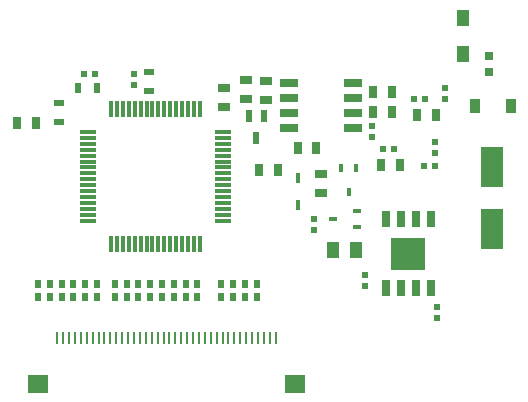
<source format=gbr>
%TF.GenerationSoftware,KiCad,Pcbnew,(6.0.6)*%
%TF.CreationDate,2023-05-08T04:54:07+09:00*%
%TF.ProjectId,128KB_64pin_Touch_R_halfduplex_x2,3132384b-425f-4363-9470-696e5f546f75,rev?*%
%TF.SameCoordinates,Original*%
%TF.FileFunction,Paste,Bot*%
%TF.FilePolarity,Positive*%
%FSLAX46Y46*%
G04 Gerber Fmt 4.6, Leading zero omitted, Abs format (unit mm)*
G04 Created by KiCad (PCBNEW (6.0.6)) date 2023-05-08 04:54:07*
%MOMM*%
%LPD*%
G01*
G04 APERTURE LIST*
%ADD10R,0.600000X0.750000*%
%ADD11R,0.620000X0.600000*%
%ADD12R,0.850000X1.200000*%
%ADD13R,0.800000X1.000000*%
%ADD14R,0.500000X1.000000*%
%ADD15R,0.600000X0.620000*%
%ADD16R,1.475000X0.300000*%
%ADD17R,0.300000X1.475000*%
%ADD18R,1.140000X1.340000*%
%ADD19R,1.000000X0.800000*%
%ADD20R,1.528000X0.650000*%
%ADD21R,0.420000X0.870000*%
%ADD22R,0.700000X0.450000*%
%ADD23R,1.000000X1.400000*%
%ADD24R,0.700000X0.650000*%
%ADD25R,0.250000X1.100000*%
%ADD26R,1.700000X1.500000*%
%ADD27R,0.450000X0.700000*%
%ADD28R,0.940000X0.540000*%
%ADD29R,0.650000X1.425000*%
%ADD30R,2.950000X2.750000*%
%ADD31R,0.540000X0.940000*%
%ADD32R,1.850000X3.500000*%
G04 APERTURE END LIST*
D10*
%TO.C,R46*%
X136765000Y-114220000D03*
X136765000Y-115320000D03*
%TD*%
D11*
%TO.C,C13*%
X154519994Y-100800000D03*
X154519994Y-101720000D03*
%TD*%
D12*
%TO.C,Z1*%
X166309994Y-99105000D03*
X163259994Y-99105000D03*
%TD*%
D13*
%TO.C,R20*%
X144960000Y-104580000D03*
X146560000Y-104580000D03*
%TD*%
D14*
%TO.C,Q3*%
X144115000Y-99925000D03*
X145415000Y-99925000D03*
X144765000Y-101825000D03*
%TD*%
D10*
%TO.C,R45*%
X135765000Y-114220000D03*
X135765000Y-115320000D03*
%TD*%
%TO.C,R40*%
X130265000Y-114220000D03*
X130265000Y-115320000D03*
%TD*%
D11*
%TO.C,C15*%
X149630000Y-108660000D03*
X149630000Y-109580000D03*
%TD*%
D15*
%TO.C,C9*%
X158110000Y-98530000D03*
X159030000Y-98530000D03*
%TD*%
D16*
%TO.C,IC4*%
X141953000Y-101320000D03*
X141953000Y-101820000D03*
X141953000Y-102320000D03*
X141953000Y-102820000D03*
X141953000Y-103320000D03*
X141953000Y-103820000D03*
X141953000Y-104320000D03*
X141953000Y-104820000D03*
X141953000Y-105320000D03*
X141953000Y-105820000D03*
X141953000Y-106320000D03*
X141953000Y-106820000D03*
X141953000Y-107320000D03*
X141953000Y-107820000D03*
X141953000Y-108320000D03*
X141953000Y-108820000D03*
D17*
X139965000Y-110808000D03*
X139465000Y-110808000D03*
X138965000Y-110808000D03*
X138465000Y-110808000D03*
X137965000Y-110808000D03*
X137465000Y-110808000D03*
X136965000Y-110808000D03*
X136465000Y-110808000D03*
X135965000Y-110808000D03*
X135465000Y-110808000D03*
X134965000Y-110808000D03*
X134465000Y-110808000D03*
X133965000Y-110808000D03*
X133465000Y-110808000D03*
X132965000Y-110808000D03*
X132465000Y-110808000D03*
D16*
X130477000Y-108820000D03*
X130477000Y-108320000D03*
X130477000Y-107820000D03*
X130477000Y-107320000D03*
X130477000Y-106820000D03*
X130477000Y-106320000D03*
X130477000Y-105820000D03*
X130477000Y-105320000D03*
X130477000Y-104820000D03*
X130477000Y-104320000D03*
X130477000Y-103820000D03*
X130477000Y-103320000D03*
X130477000Y-102820000D03*
X130477000Y-102320000D03*
X130477000Y-101820000D03*
X130477000Y-101320000D03*
D17*
X132465000Y-99332000D03*
X132965000Y-99332000D03*
X133465000Y-99332000D03*
X133965000Y-99332000D03*
X134465000Y-99332000D03*
X134965000Y-99332000D03*
X135465000Y-99332000D03*
X135965000Y-99332000D03*
X136465000Y-99332000D03*
X136965000Y-99332000D03*
X137465000Y-99332000D03*
X137965000Y-99332000D03*
X138465000Y-99332000D03*
X138965000Y-99332000D03*
X139465000Y-99332000D03*
X139965000Y-99332000D03*
%TD*%
D18*
%TO.C,D3*%
X162289994Y-94730000D03*
X162289994Y-91630000D03*
%TD*%
D19*
%TO.C,R23*%
X142030000Y-99190000D03*
X142030000Y-97590000D03*
%TD*%
D10*
%TO.C,R47*%
X137765000Y-114220000D03*
X137765000Y-115320000D03*
%TD*%
D13*
%TO.C,R16*%
X126120000Y-100540000D03*
X124520000Y-100540000D03*
%TD*%
%TO.C,R8*%
X156930000Y-104090000D03*
X155330000Y-104090000D03*
%TD*%
D11*
%TO.C,C16*%
X160080000Y-116130000D03*
X160080000Y-117050000D03*
%TD*%
D10*
%TO.C,R38*%
X128265000Y-114220000D03*
X128265000Y-115320000D03*
%TD*%
D13*
%TO.C,R17*%
X148250000Y-102660000D03*
X149850000Y-102660000D03*
%TD*%
D11*
%TO.C,C19*%
X134370000Y-97370000D03*
X134370000Y-96450000D03*
%TD*%
D20*
%TO.C,IC2*%
X147494004Y-100994996D03*
X147494004Y-99724996D03*
X147494004Y-98454996D03*
X147494004Y-97184996D03*
X152916004Y-97184996D03*
X152916004Y-98454996D03*
X152916004Y-99724996D03*
X152916004Y-100994996D03*
%TD*%
D10*
%TO.C,R43*%
X133765000Y-114220000D03*
X133765000Y-115320000D03*
%TD*%
%TO.C,R44*%
X134765000Y-114220000D03*
X134765000Y-115320000D03*
%TD*%
D21*
%TO.C,Z6*%
X148300000Y-107490000D03*
X148300000Y-105240000D03*
%TD*%
D22*
%TO.C,Q1*%
X153280000Y-108030000D03*
X153280000Y-109330000D03*
X151280000Y-108680000D03*
%TD*%
D23*
%TO.C,R14*%
X153170000Y-111290000D03*
X151270000Y-111290000D03*
%TD*%
D15*
%TO.C,C10*%
X156390000Y-102720000D03*
X155470000Y-102720000D03*
%TD*%
D24*
%TO.C,FB1*%
X164474994Y-94915000D03*
X164474994Y-96265000D03*
%TD*%
D25*
%TO.C,J2*%
X146399994Y-118720000D03*
X145899994Y-118720000D03*
X145399994Y-118720000D03*
X144899994Y-118720000D03*
X144399994Y-118720000D03*
X143899994Y-118720000D03*
X143399994Y-118720000D03*
X142899994Y-118720000D03*
X142399994Y-118720000D03*
X141899994Y-118720000D03*
X141399994Y-118720000D03*
X140899994Y-118720000D03*
X140399994Y-118720000D03*
X139899994Y-118720000D03*
X139399994Y-118720000D03*
X138899994Y-118720000D03*
X138399994Y-118720000D03*
X137899994Y-118720000D03*
X137399994Y-118720000D03*
X136899994Y-118720000D03*
X136399994Y-118720000D03*
X135899994Y-118720000D03*
X135399994Y-118720000D03*
X134899994Y-118720000D03*
X134399994Y-118720000D03*
X133899994Y-118720000D03*
X133399994Y-118720000D03*
X132899994Y-118720000D03*
X132399994Y-118720000D03*
X131899994Y-118720000D03*
X131399994Y-118720000D03*
X130899994Y-118720000D03*
X130399994Y-118720000D03*
X129899994Y-118720000D03*
X129399994Y-118720000D03*
X128899994Y-118720000D03*
X128399994Y-118720000D03*
X127899994Y-118720000D03*
D26*
X148049994Y-122620000D03*
X126249994Y-122620000D03*
%TD*%
D10*
%TO.C,R36*%
X126265000Y-114220000D03*
X126265000Y-115320000D03*
%TD*%
D27*
%TO.C,Q2*%
X151930000Y-104410000D03*
X153230000Y-104410000D03*
X152580000Y-106410000D03*
%TD*%
D10*
%TO.C,R53*%
X144775000Y-114220000D03*
X144775000Y-115320000D03*
%TD*%
D28*
%TO.C,C17*%
X128060000Y-98900000D03*
X128060000Y-100500000D03*
%TD*%
D10*
%TO.C,R39*%
X129265000Y-114220000D03*
X129265000Y-115320000D03*
%TD*%
D29*
%TO.C,IC1*%
X155715000Y-108708000D03*
X156985000Y-108708000D03*
X158255000Y-108708000D03*
X159525000Y-108708000D03*
X159525000Y-114532000D03*
X158255000Y-114532000D03*
X156985000Y-114532000D03*
X155715000Y-114532000D03*
D30*
X157620000Y-111620000D03*
%TD*%
D10*
%TO.C,R49*%
X139765000Y-114220000D03*
X139765000Y-115320000D03*
%TD*%
%TO.C,R50*%
X141765000Y-114220000D03*
X141765000Y-115320000D03*
%TD*%
D19*
%TO.C,R18*%
X145550000Y-98590000D03*
X145550000Y-96990000D03*
%TD*%
D10*
%TO.C,R48*%
X138765000Y-114220000D03*
X138765000Y-115320000D03*
%TD*%
D11*
%TO.C,C12*%
X159920000Y-103080000D03*
X159920000Y-102160000D03*
%TD*%
%TO.C,C18*%
X153970000Y-114320000D03*
X153970000Y-113400000D03*
%TD*%
%TO.C,C7*%
X160730000Y-98520000D03*
X160730000Y-97600000D03*
%TD*%
D10*
%TO.C,R51*%
X142765000Y-114220000D03*
X142765000Y-115320000D03*
%TD*%
D31*
%TO.C,C24*%
X131260000Y-97560000D03*
X129660000Y-97560000D03*
%TD*%
D13*
%TO.C,R7*%
X158360000Y-99910000D03*
X159960000Y-99910000D03*
%TD*%
D32*
%TO.C,C3*%
X164689994Y-104250000D03*
X164689994Y-109550000D03*
%TD*%
D15*
%TO.C,C11*%
X159890000Y-104210000D03*
X158970000Y-104210000D03*
%TD*%
D19*
%TO.C,R24*%
X143890000Y-98510000D03*
X143890000Y-96910000D03*
%TD*%
D13*
%TO.C,R11*%
X156260000Y-99600000D03*
X154660000Y-99600000D03*
%TD*%
D10*
%TO.C,R41*%
X131265000Y-114220000D03*
X131265000Y-115320000D03*
%TD*%
D28*
%TO.C,C21*%
X135630000Y-97870000D03*
X135630000Y-96270000D03*
%TD*%
D10*
%TO.C,R37*%
X127265000Y-114220000D03*
X127265000Y-115320000D03*
%TD*%
%TO.C,R52*%
X143765000Y-114220000D03*
X143765000Y-115320000D03*
%TD*%
D19*
%TO.C,R15*%
X150270000Y-104860000D03*
X150270000Y-106460000D03*
%TD*%
D13*
%TO.C,R10*%
X156270000Y-97920000D03*
X154670000Y-97920000D03*
%TD*%
D15*
%TO.C,C22*%
X131110000Y-96370000D03*
X130190000Y-96370000D03*
%TD*%
D10*
%TO.C,R42*%
X132765000Y-114220000D03*
X132765000Y-115320000D03*
%TD*%
M02*

</source>
